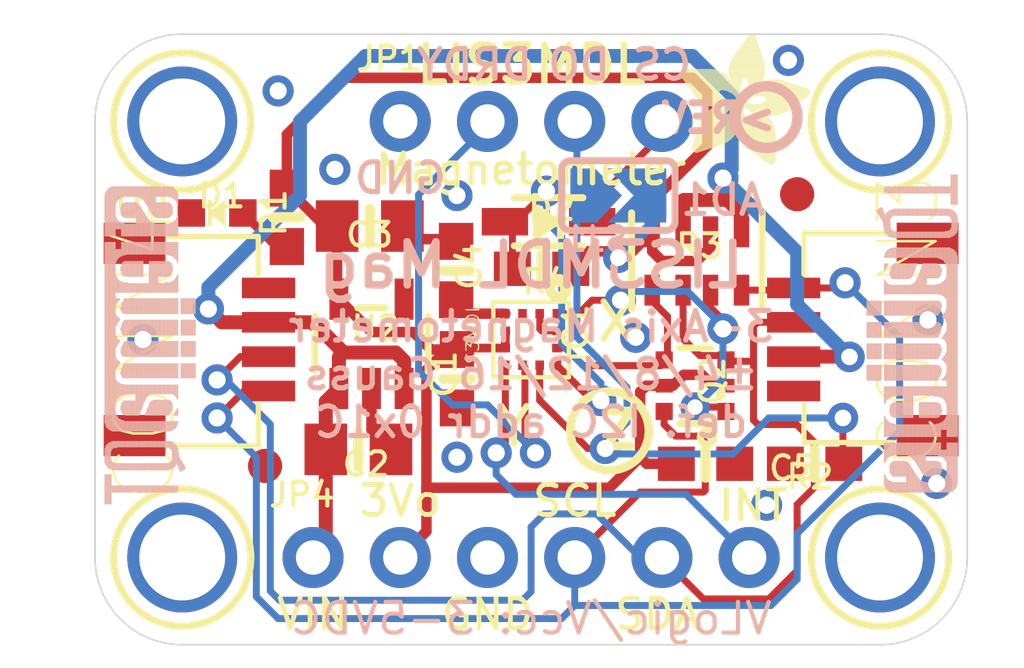
<source format=kicad_pcb>
(kicad_pcb (version 20211014) (generator pcbnew)
  (layers (0 "F.Cu" signal) (31 "B.Cu" signal) (34 "B.Paste" user) (35 "F.Paste" user) (36 "B.SilkS" user "B.Silkscreen") (37 "F.SilkS" user "F.Silkscreen") (38 "B.Mask" user) (39 "F.Mask" user) (44 "Edge.Cuts" user))
  (net 0 "")
  (net 1 "GND")
  (net 2 "3.3V")
  (net 3 "VCC")
  (net 4 "N$1")
  (net 5 "SDO")
  (net 6 "SDA_3V")
  (net 7 "SCL_3V")
  (net 8 "SCL")
  (net 9 "SDA")
  (net 10 "CS_3V")
  (net 11 "CS_5V")
  (net 12 "INT")
  (net 13 "DRDY")
  (net 14 "CAP")
  (footprint "boardEagle:MOUNTINGHOLE_2.5_PLATED" (layer "F.Cu") (at 158.6611 111.3536)
    (fp_text reference "U$21" hide)
    (fp_text value "MOUNTINGHOLE2.5" hide)
    (pad "P$1" thru_hole circle (at 0 0) (size 3.2 3.2) (drill 2.5) (layers *.Cu *.Mask))
  )
  (footprint "boardEagle:0603-NO" (layer "F.Cu") (at 141.3891 101.4476 -90)
    (fp_text reference "R1" (at -0.889 0.381 90) (layer "F.SilkS") (effects (font (size 0.692831 0.692831) (thickness 0.119969)) (justify right)))
    (fp_text value "10K")
    (pad "1" smd rect (at -0.85 0 270) (size 1.075 1) (layers "F.Cu" "F.Paste" "F.Mask") (net 2 "3.3V"))
    (pad "2" smd rect (at 0.85 0 270) (size 1.075 1) (layers "F.Cu" "F.Paste" "F.Mask") (net 4 "N$1"))
  )
  (footprint "boardEagle:LGA12_2X2MM" (layer "F.Cu") (at 148.5011 105.0036 -90)
    (fp_text reference "IC1" (at -1.1 -1.3 90) (layer "F.SilkS") (effects (font (size 0.692831 0.692831) (thickness 0.119969)) (justify right)))
    (fp_text value "LIS3MDL" (at -1.1 1.7 90) (layer "F.SilkS") (effects (font (size 0.369824 0.369824) (thickness 0.036576)) (justify right)))
    (pad "1" smd rect (at -0.75 -0.75 270) (size 0.275 0.25) (layers "F.Cu" "F.Paste" "F.Mask") (net 7 "SCL_3V"))
    (pad "2" smd rect (at -0.75 -0.25 270) (size 0.275 0.25) (layers "F.Cu" "F.Paste" "F.Mask") (net 1 "GND"))
    (pad "3" smd rect (at -0.75 0.25 270) (size 0.275 0.25) (layers "F.Cu" "F.Paste" "F.Mask") (net 1 "GND"))
    (pad "4" smd rect (at -0.75 0.75 270) (size 0.275 0.25) (layers "F.Cu" "F.Paste" "F.Mask") (net 14 "CAP"))
    (pad "5" smd rect (at -0.25 0.75) (size 0.275 0.25) (layers "F.Cu" "F.Paste" "F.Mask") (net 2 "3.3V"))
    (pad "6" smd rect (at 0.25 0.75) (size 0.275 0.25) (layers "F.Cu" "F.Paste" "F.Mask") (net 2 "3.3V"))
    (pad "7" smd rect (at 0.75 0.75 90) (size 0.275 0.25) (layers "F.Cu" "F.Paste" "F.Mask") (net 12 "INT"))
    (pad "8" smd rect (at 0.75 0.25 90) (size 0.275 0.25) (layers "F.Cu" "F.Paste" "F.Mask") (net 13 "DRDY"))
    (pad "9" smd rect (at 0.75 -0.25 90) (size 0.275 0.25) (layers "F.Cu" "F.Paste" "F.Mask") (net 5 "SDO"))
    (pad "10" smd rect (at 0.75 -0.75 90) (size 0.275 0.25) (layers "F.Cu" "F.Paste" "F.Mask") (net 10 "CS_3V"))
    (pad "11" smd rect (at 0.25 -0.75 180) (size 0.275 0.25) (layers "F.Cu" "F.Paste" "F.Mask") (net 6 "SDA_3V"))
    (pad "12" smd rect (at -0.25 -0.75 180) (size 0.275 0.25) (layers "F.Cu" "F.Paste" "F.Mask") (net 1 "GND"))
  )
  (footprint "boardEagle:0805-NO" (layer "F.Cu") (at 143.4719 108.204)
    (fp_text reference "C2" (at -0.5334 0.4318) (layer "F.SilkS") (effects (font (size 0.692831 0.692831) (thickness 0.119969)) (justify left)))
    (fp_text value "10uF")
    (pad "1" smd rect (at -0.95 0) (size 1.24 1.5) (layers "F.Cu" "F.Paste" "F.Mask") (net 3 "VCC"))
    (pad "2" smd rect (at 0.95 0) (size 1.24 1.5) (layers "F.Cu" "F.Paste" "F.Mask") (net 1 "GND"))
  )
  (footprint "boardEagle:MOUNTINGHOLE_2.5_PLATED" (layer "F.Cu") (at 138.3411 98.6536)
    (fp_text reference "U$1" hide)
    (fp_text value "MOUNTINGHOLE2.5" hide)
    (pad "P$1" thru_hole circle (at 0 0) (size 3.2 3.2) (drill 2.5) (layers *.Cu *.Mask))
  )
  (footprint "boardEagle:0603-NO" (layer "F.Cu") (at 153.5811 108.6231)
    (fp_text reference "C5" (at 1.778 0.127) (layer "F.SilkS") (effects (font (size 0.692831 0.692831) (thickness 0.119969)) (justify left)))
    (fp_text value "1uF")
    (pad "1" smd rect (at -0.85 0) (size 1.075 1) (layers "F.Cu" "F.Paste" "F.Mask") (net 2 "3.3V"))
    (pad "2" smd rect (at 0.85 0) (size 1.075 1) (layers "F.Cu" "F.Paste" "F.Mask") (net 1 "GND"))
  )
  (footprint "boardEagle:1X04_ROUND" (layer "F.Cu") (at 148.5011 98.6536)
    (fp_text reference "JP1" (at -5.1562 -1.8288) (layer "F.SilkS") (effects (font (size 0.692831 0.692831) (thickness 0.119969)) (justify left)))
    (fp_text value "")
    (pad "1" thru_hole circle (at -3.81 0 90) (size 1.778 1.778) (drill 1) (layers *.Cu *.Mask) (net 1 "GND"))
    (pad "2" thru_hole circle (at -1.27 0 90) (size 1.778 1.778) (drill 1) (layers *.Cu *.Mask) (net 13 "DRDY"))
    (pad "3" thru_hole circle (at 1.27 0 90) (size 1.778 1.778) (drill 1) (layers *.Cu *.Mask) (net 5 "SDO"))
    (pad "4" thru_hole circle (at 3.81 0 90) (size 1.778 1.778) (drill 1) (layers *.Cu *.Mask) (net 11 "CS_5V"))
  )
  (footprint "boardEagle:ADAFRUIT_3.5MM" (layer "F.Cu") (at 152.8191 99.9236)
    (fp_text reference "U$11" hide)
    (fp_text value "" hide)
  )
  (footprint "boardEagle:JST_SH4" (layer "F.Cu") (at 158.6611 105.0036 90)
    (fp_text reference "CONN3" (at -3.838 0.831 90) (layer "F.SilkS") (effects (font (size 1.703222 1.703222) (thickness 0.074778)) (justify left)))
    (fp_text value "STEMMA_I2C_QT" hide)
    (pad "1" smd rect (at -1.5 -2.514 180) (size 1.55 0.6) (layers "F.Cu" "F.Paste" "F.Mask") (net 1 "GND"))
    (pad "2" smd rect (at -0.5 -2.514 180) (size 1.55 0.6) (layers "F.Cu" "F.Paste" "F.Mask") (net 3 "VCC"))
    (pad "3" smd rect (at 0.5 -2.514 180) (size 1.55 0.6) (layers "F.Cu" "F.Paste" "F.Mask") (net 9 "SDA"))
    (pad "4" smd rect (at 1.5 -2.514 180) (size 1.55 0.6) (layers "F.Cu" "F.Paste" "F.Mask") (net 8 "SCL"))
    (pad "MT1" smd rect (at -2.8 1.386 180) (size 1.8 1.2) (layers "F.Cu" "F.Paste" "F.Mask"))
    (pad "MT2" smd rect (at 2.8 1.386 180) (size 1.8 1.2) (layers "F.Cu" "F.Paste" "F.Mask"))
  )
  (footprint "boardEagle:SOD-323" (layer "F.Cu") (at 149.0091 101.5746 180)
    (fp_text reference "D2" (at -0.846 0.397) (layer "F.SilkS") (effects (font (size 0.692831 0.692831) (thickness 0.119969)) (justify right)))
    (fp_text value "1N4148")
    (pad "A" smd rect (at 1.27 0 180) (size 1.35 0.8) (layers "F.Cu" "F.Paste" "F.Mask") (net 10 "CS_3V"))
    (pad "C" smd rect (at -1.27 0 180) (size 1.35 0.8) (layers "F.Cu" "F.Paste" "F.Mask") (net 11 "CS_5V"))
  )
  (footprint "boardEagle:RESPACK_4X0603" (layer "F.Cu") (at 153.3271 102.7176 180)
    (fp_text reference "R3" (at -0.838 0.432) (layer "F.SilkS") (effects (font (size 0.692831 0.692831) (thickness 0.119969)) (justify right)))
    (fp_text value "10K")
    (pad "1" smd rect (at -1.3 0.85 180) (size 0.45 0.9) (layers "F.Cu" "F.Paste" "F.Mask") (net 3 "VCC"))
    (pad "2" smd rect (at -0.4 0.85 180) (size 0.45 0.9) (layers "F.Cu" "F.Paste" "F.Mask") (net 2 "3.3V"))
    (pad "3" smd rect (at 0.4 0.85 180) (size 0.45 0.9) (layers "F.Cu" "F.Paste" "F.Mask") (net 3 "VCC"))
    (pad "4" smd rect (at 1.3 0.85 180) (size 0.45 0.9) (layers "F.Cu" "F.Paste" "F.Mask") (net 2 "3.3V"))
    (pad "5" smd rect (at 1.3 -0.85 180) (size 0.45 0.9) (layers "F.Cu" "F.Paste" "F.Mask") (net 6 "SDA_3V"))
    (pad "6" smd rect (at 0.4 -0.85 180) (size 0.45 0.9) (layers "F.Cu" "F.Paste" "F.Mask") (net 9 "SDA"))
    (pad "7" smd rect (at -0.4 -0.85 180) (size 0.45 0.9) (layers "F.Cu" "F.Paste" "F.Mask") (net 7 "SCL_3V"))
    (pad "8" smd rect (at -1.3 -0.85 180) (size 0.45 0.9) (layers "F.Cu" "F.Paste" "F.Mask") (net 8 "SCL"))
  )
  (footprint "boardEagle:JST_SH4" (layer "F.Cu") (at 138.3411 105.0036 -90)
    (fp_text reference "CONN4" (at -3.965 1.085 90) (layer "F.SilkS") (effects (font (size 1.703222 1.703222) (thickness 0.074778)) (justify right)))
    (fp_text value "STEMMA_I2C_QT" hide)
    (pad "1" smd rect (at -1.5 -2.514) (size 1.55 0.6) (layers "F.Cu" "F.Paste" "F.Mask") (net 1 "GND"))
    (pad "2" smd rect (at -0.5 -2.514) (size 1.55 0.6) (layers "F.Cu" "F.Paste" "F.Mask") (net 3 "VCC"))
    (pad "3" smd rect (at 0.5 -2.514) (size 1.55 0.6) (layers "F.Cu" "F.Paste" "F.Mask") (net 9 "SDA"))
    (pad "4" smd rect (at 1.5 -2.514) (size 1.55 0.6) (layers "F.Cu" "F.Paste" "F.Mask") (net 8 "SCL"))
    (pad "MT1" smd rect (at -2.8 1.386) (size 1.8 1.2) (layers "F.Cu" "F.Paste" "F.Mask"))
    (pad "MT2" smd rect (at 2.8 1.386) (size 1.8 1.2) (layers "F.Cu" "F.Paste" "F.Mask"))
  )
  (footprint "boardEagle:0603-NO" (layer "F.Cu") (at 146.3167 102.997 90)
    (fp_text reference "C4" (at -0.635 0.381 90) (layer "F.SilkS") (effects (font (size 0.692831 0.692831) (thickness 0.119969)) (justify left)))
    (fp_text value "0.1uF")
    (pad "1" smd rect (at -0.85 0 90) (size 1.075 1) (layers "F.Cu" "F.Paste" "F.Mask") (net 14 "CAP"))
    (pad "2" smd rect (at 0.85 0 90) (size 1.075 1) (layers "F.Cu" "F.Paste" "F.Mask") (net 1 "GND"))
  )
  (footprint "boardEagle:FIDUCIAL_1MM" (layer "F.Cu") (at 140.7541 108.6866)
    (fp_text reference "FID3" hide)
    (fp_text value "FIDUCIAL_1MM" hide)
    (pad "1" smd roundrect (at 0 0) (size 1 1) (layers "F.Cu" "F.Mask") (roundrect_rratio 0.5))
  )
  (footprint "boardEagle:MOUNTINGHOLE_2.5_PLATED" (layer "F.Cu") (at 158.6611 98.6536)
    (fp_text reference "U$17" hide)
    (fp_text value "MOUNTINGHOLE2.5" hide)
    (pad "P$1" thru_hole circle (at 0 0) (size 3.2 3.2) (drill 2.5) (layers *.Cu *.Mask))
  )
  (footprint "boardEagle:FIDUCIAL_1MM" (layer "F.Cu") (at 156.2481 100.7745)
    (fp_text reference "FID4" hide)
    (fp_text value "FIDUCIAL_1MM" hide)
    (pad "1" smd roundrect (at 0 0) (size 1 1) (layers "F.Cu" "F.Mask") (roundrect_rratio 0.5))
  )
  (footprint "boardEagle:CHIPLED_0603_NOOUTLINE" (layer "F.Cu") (at 139.3571 101.3206 90)
    (fp_text reference "D1" (at 0.508 0.889) (layer "F.SilkS") (effects (font (size 0.692831 0.692831) (thickness 0.119969)) (justify right)))
    (fp_text value "GREEN")
    (pad "A" smd rect (at 0 0.75 90) (size 0.8 0.8) (layers "F.Cu" "F.Paste" "F.Mask") (net 4 "N$1"))
    (pad "C" smd rect (at 0 -0.75 90) (size 0.8 0.8) (layers "F.Cu" "F.Paste" "F.Mask") (net 1 "GND"))
  )
  (footprint "boardEagle:MOUNTINGHOLE_2.5_PLATED" (layer "F.Cu") (at 138.3411 111.3536)
    (fp_text reference "U$19" hide)
    (fp_text value "MOUNTINGHOLE2.5" hide)
    (pad "P$1" thru_hole circle (at 0 0) (size 3.2 3.2) (drill 2.5) (layers *.Cu *.Mask))
  )
  (footprint "boardEagle:0603-NO" (layer "F.Cu") (at 156.7561 108.6231)
    (fp_text reference "R2" (at -0.889 0.381) (layer "F.SilkS") (effects (font (size 0.692831 0.692831) (thickness 0.119969)) (justify left)))
    (fp_text value "10K")
    (pad "1" smd rect (at -0.85 0) (size 1.075 1) (layers "F.Cu" "F.Paste" "F.Mask") (net 1 "GND"))
    (pad "2" smd rect (at 0.85 0) (size 1.075 1) (layers "F.Cu" "F.Paste" "F.Mask") (net 5 "SDO"))
  )
  (footprint "boardEagle:SOT363" (layer "F.Cu") (at 153.2763 106.3498 90)
    (fp_text reference "Q2" (at -0.635 0.508 90) (layer "F.SilkS") (effects (font (size 0.692831 0.692831) (thickness 0.119969)) (justify left)))
    (fp_text value "BSS138")
    (pad "1" smd rect (at -0.75 0.9 90) (size 0.5 0.5) (layers "F.Cu" "F.Paste" "F.Mask") (net 7 "SCL_3V"))
    (pad "2" smd rect (at 0 0.9 90) (size 0.4 0.5) (layers "F.Cu" "F.Paste" "F.Mask") (net 2 "3.3V"))
    (pad "3" smd rect (at 0.75 0.9 90) (size 0.5 0.5) (layers "F.Cu" "F.Paste" "F.Mask") (net 9 "SDA"))
    (pad "4" smd rect (at 0.75 -0.9 90) (size 0.5 0.5) (layers "F.Cu" "F.Paste" "F.Mask") (net 6 "SDA_3V"))
    (pad "5" smd rect (at 0 -0.9 90) (size 0.4 0.5) (layers "F.Cu" "F.Paste" "F.Mask") (net 2 "3.3V"))
    (pad "6" smd rect (at -0.75 -0.9 90) (size 0.5 0.5) (layers "F.Cu" "F.Paste" "F.Mask") (net 8 "SCL"))
  )
  (footprint "boardEagle:0603-NO" (layer "F.Cu") (at 146.3421 106.1466 -90)
    (fp_text reference "C1" (at -0.889 0.381 90) (layer "F.SilkS") (effects (font (size 0.692831 0.692831) (thickness 0.119969)) (justify right)))
    (fp_text value "0.1uF")
    (pad "1" smd rect (at -0.85 0 270) (size 1.075 1) (layers "F.Cu" "F.Paste" "F.Mask") (net 2 "3.3V"))
    (pad "2" smd rect (at 0.85 0 270) (size 1.075 1) (layers "F.Cu" "F.Paste" "F.Mask") (net 1 "GND"))
  )
  (footprint "boardEagle:0805-NO" (layer "F.Cu") (at 143.8021 101.7016)
    (fp_text reference "C3" (at -0.762 0.254) (layer "F.SilkS") (effects (font (size 0.692831 0.692831) (thickness 0.119969)) (justify left)))
    (fp_text value "10uF")
    (pad "1" smd rect (at -0.95 0) (size 1.24 1.5) (layers "F.Cu" "F.Paste" "F.Mask") (net 2 "3.3V"))
    (pad "2" smd rect (at 0.95 0) (size 1.24 1.5) (layers "F.Cu" "F.Paste" "F.Mask") (net 1 "GND"))
  )
  (footprint "boardEagle:0603-NO" (layer "F.Cu") (at 148.8059 102.9462)
    (fp_text reference "R4" (at -0.635 0.381) (layer "F.SilkS") (effects (font (size 0.692831 0.692831) (thickness 0.119969)) (justify left)))
    (fp_text value "10K")
    (pad "1" smd rect (at -0.85 0) (size 1.075 1) (layers "F.Cu" "F.Paste" "F.Mask") (net 10 "CS_3V"))
    (pad "2" smd rect (at 0.85 0) (size 1.075 1) (layers "F.Cu" "F.Paste" "F.Mask") (net 2 "3.3V"))
  )
  (footprint "boardEagle:1X06_ROUND_70" (layer "F.Cu") (at 148.5011 111.3536)
    (fp_text reference "JP4" (at -7.6962 -1.8288) (layer "F.SilkS") (effects (font (size 0.692831 0.692831) (thickness 0.119969)) (justify left)))
    (fp_text value "")
    (pad "1" thru_hole circle (at -6.35 0 90) (size 1.778 1.778) (drill 1) (layers *.Cu *.Mask) (net 3 "VCC"))
    (pad "2" thru_hole circle (at -3.81 0 90) (size 1.778 1.778) (drill 1) (layers *.Cu *.Mask) (net 2 "3.3V"))
    (pad "3" thru_hole circle (at -1.27 0 90) (size 1.778 1.778) (drill 1) (layers *.Cu *.Mask) (net 1 "GND"))
    (pad "4" thru_hole circle (at 1.27 0 90) (size 1.778 1.778) (drill 1) (layers *.Cu *.Mask) (net 8 "SCL"))
    (pad "5" thru_hole circle (at 3.81 0 90) (size 1.778 1.778) (drill 1) (layers *.Cu *.Mask) (net 9 "SDA"))
    (pad "6" thru_hole circle (at 6.35 0 90) (size 1.778 1.778) (drill 1) (layers *.Cu *.Mask) (net 12 "INT"))
  )
  (footprint "boardEagle:SOT23-5" (layer "F.Cu") (at 143.8529 105.1306)
    (fp_text reference "U2" (at 0.8922 -0.4572) (layer "F.SilkS") (effects (font (size 0.692831 0.692831) (thickness 0.119969)) (justify right)))
    (fp_text value "AP2112K-3.3")
    (pad "1" smd rect (at -0.95 1.3001) (size 0.55 1.2) (layers "F.Cu" "F.Paste" "F.Mask") (net 3 "VCC"))
    (pad "2" smd rect (at 0 1.3001) (size 0.55 1.2) (layers "F.Cu" "F.Paste" "F.Mask") (net 1 "GND"))
    (pad "3" smd rect (at 0.95 1.3001) (size 0.55 1.2) (layers "F.Cu" "F.Paste" "F.Mask") (net 3 "VCC"))
    (pad "4" smd rect (at 0.95 -1.3001) (size 0.55 1.2) (layers "F.Cu" "F.Paste" "F.Mask"))
    (pad "5" smd rect (at -0.95 -1.3001) (size 0.55 1.2) (layers "F.Cu" "F.Paste" "F.Mask") (net 2 "3.3V"))
  )
  (footprint "boardEagle:SOLDERJUMPER_ARROW_NOPASTE" (layer "B.Cu") (at 151.0411 100.8126)
    (fp_text reference "SJ1" (at -1.651 1.27) (layer "B.SilkS") (effects (font (size 0.692831 0.692831) (thickness 0.119969)) (justify right mirror)))
    (fp_text value "")
    (fp_poly (pts (xy 0.106121 -0.002663) (xy -0.679416 -0.7882) (xy -1.3946 -0.7882) (xy -1.3946 0.7882) (xy -0.62715 0.7882)) (layer "B.Cu") (width 0) (fill solid))
    (fp_poly (pts (xy 1.3946 -0.7882) (xy -0.315893 -0.7882) (xy 0.443148 0) (xy -0.315893 0.7882) (xy 1.3946 0.7882)) (layer "B.Cu") (width 0) (fill solid))
    (pad "1" smd roundrect (at -1.016 0) (size 0.762 1.524) (layers "B.Cu") (net 5 "SDO"))
    (pad "2" smd roundrect (at 1.016 0) (size 0.762 1.524) (layers "B.Cu") (net 2 "3.3V"))
  )
  (footprint "boardEagle:STEMMAQT" (layer "B.Cu") (at 158.2801 109.4486 90)
    (fp_text reference "U$30" hide)
    (fp_text value "" hide)
  )
  (footprint "boardEagle:STEMMAQT" (layer "B.Cu") (at 138.7221 100.5586 -90)
    (fp_text reference "U$31" hide)
    (fp_text value "" hide)
  )
  (footprint "boardEagle:PCBFEAT-REV-040" (layer "B.Cu") (at 155.3591 98.5266 180)
    (fp_text reference "U$25" hide)
    (fp_text value "" hide)
    (fp_text user ">REV" (at -0.3556 -0.508) (layer "B.SilkS") (effects (font (size 0.8128 0.8128) (thickness 0.2032)) (justify left bottom mirror)))
  )
  (gr_arc (start 149.6451 107.6666) (mid 149.974013 106.852513) (end 150.788101 106.523601) (layer "F.SilkS") (width 0.254))
  (gr_arc (start 150.7881 108.8096) (mid 149.979877 108.474823) (end 149.6451 107.6666) (layer "F.SilkS") (width 0.254))
  (gr_arc (start 151.9311 107.6666) (mid 151.596323 108.474823) (end 150.7881 108.8096) (layer "F.SilkS") (width 0.254))
  (gr_arc (start 150.7881 106.5236) (mid 151.596323 106.858377) (end 151.9311 107.6666) (layer "F.SilkS") (width 0.254))
  (gr_line (start 161.2011 111.3536) (end 161.2011 98.6536) (layer "Edge.Cuts") (width 0.05))
  (gr_arc (start 138.3411 113.8936) (mid 136.545049 113.149651) (end 135.8011 111.3536) (layer "Edge.Cuts") (width 0.05))
  (gr_arc (start 161.2011 111.3536) (mid 160.457151 113.149651) (end 158.6611 113.8936) (layer "Edge.Cuts") (width 0.05))
  (gr_arc (start 135.8011 98.6536) (mid 136.545049 96.857549) (end 138.3411 96.1136) (layer "Edge.Cuts") (width 0.05))
  (gr_line (start 135.8011 98.6536) (end 135.8011 111.3536) (layer "Edge.Cuts") (width 0.05))
  (gr_line (start 158.6611 96.1136) (end 138.3411 96.1136) (layer "Edge.Cuts") (width 0.05))
  (gr_arc (start 158.6611 96.1136) (mid 160.457151 96.857549) (end 161.2011 98.6536) (layer "Edge.Cuts") (width 0.05))
  (gr_line (start 138.3411 113.8936) (end 158.6611 113.8936) (layer "Edge.Cuts") (width 0.05))
  (gr_text "CS" (at 152.3111 97.0026) (layer "B.SilkS") (effects (font (size 0.8636 0.8636) (thickness 0.1524)) (justify mirror)))
  (gr_text "AD1" (at 154.0891 100.9396) (layer "B.SilkS") (effects (font (size 0.8636 0.8636) (thickness 0.1524)) (justify mirror)))
  (gr_text "LIS3MDL Mag" (at 148.5011 102.8446) (layer "B.SilkS") (effects (font (size 1.25222 1.25222) (thickness 0.22098)) (justify mirror)))
  (gr_text "3-Axis Magnetometer\n±4/8/12/16 Gauss\ndef. I2C addr 0x1C" (at 148.5011 106.0196) (layer "B.SilkS") (effects (font (size 0.8636 0.8636) (thickness 0.1524)) (justify mirror)))
  (gr_text "DRDY" (at 146.8501 97.0026) (layer "B.SilkS") (effects (font (size 0.8636 0.8636) (thickness 0.1524)) (justify mirror)))
  (gr_text "GND" (at 144.6911 100.3046) (layer "B.SilkS") (effects (font (size 0.8636 0.8636) (thickness 0.1524)) (justify mirror)))
  (gr_text "VLogic/Vcc: 3-5VDC" (at 148.5011 113.1316) (layer "B.SilkS") (effects (font (size 0.89408 0.89408) (thickness 0.12192)) (justify mirror)))
  (gr_text "DO" (at 149.8981 97.0026) (layer "B.SilkS") (effects (font (size 0.8636 0.8636) (thickness 0.1524)) (justify mirror)))
  (gr_text "GND" (at 147.2311 113.0046) (layer "F.SilkS") (effects (font (size 0.87376 0.87376) (thickness 0.14224))))
  (gr_text "VIN" (at 142.1511 113.0046) (layer "F.SilkS") (effects (font (size 0.87376 0.87376) (thickness 0.14224))))
  (gr_text "INT" (at 154.9781 109.8296) (layer "F.SilkS") (effects (font (size 0.87376 0.87376) (thickness 0.14224))))
  (gr_text "LIS3MDL" (at 148.5011 97.0026) (layer "F.SilkS") (effects (font (size 1.0795 1.0795) (thickness 0.1905))))
  (gr_text "Z" (at 150.4021 108.2411) (layer "F.SilkS") (effects (font (size 1.016 1.016) (thickness 0.254)) (justify left bottom)))
  (gr_text "3Vo" (at 144.6911 109.7026) (layer "F.SilkS") (effects (font (size 0.87376 0.87376) (thickness 0.14224))))
  (gr_text "SCL" (at 149.7711 109.7026) (layer "F.SilkS") (effects (font (size 0.87376 0.87376) (thickness 0.14224))))
  (gr_text "on" (at 136.3091 101.4476) (layer "F.SilkS") (effects (font (size 0.89408 0.89408) (thickness 0.12192)) (justify left bottom)))
  (gr_text "Y" (at 147.4176 108.1776) (layer "F.SilkS") (effects (font (size 1.0922 1.0922) (thickness 0.1778)) (justify left bottom)))
  (gr_text "X" (at 150.3386 105.1296) (layer "F.SilkS") (effects (font (size 1.0922 1.0922) (thickness 0.1778)) (justify left bottom)))
  (gr_text "Magnetometer" (at 148.5011 100.0506) (layer "F.SilkS") (effects (font (size 0.8636 0.8636) (thickness 0.1524))))
  (gr_text "SDA" (at 152.1841 113.0046) (layer "F.SilkS") (effects (font (size 0.87376 0.87376) (thickness 0.14224))))
  (segment (start 145.1331 102.0826) (end 146.2523 102.0826) (width 0.3048) (layer "F.Cu") (net 1))
  (segment (start 143.8529 106.4307) (end 143.8529 107.635) (width 0.3048) (layer "F.Cu") (net 1))
  (segment (start 146.2523 102.0826) (end 146.3167 102.147) (width 0.3048) (layer "F.Cu") (net 1))
  (segment (start 144.7521 101.7016) (end 145.1331 102.0826) (width 0.3048) (layer "F.Cu") (net 1))
  (segment (start 148.7511 104.2536) (end 148.7551 104.2576) (width 0.2032) (layer "F.Cu") (net 1))
  (segment (start 143.8529 107.635) (end 144.4219 108.204) (width 0.3048) (layer "F.Cu") (net 1))
  (segment (start 149.2511 104.7536) (end 148.8119 104.7536) (width 0.2032) (layer "F.Cu") (net 1))
  (segment (start 148.7551 104.2576) (end 148.7551 104.6968) (width 0.2032) (layer "F.Cu") (net 1))
  (segment (start 148.8119 104.7536) (end 148.7551 104.6968) (width 0.2032) (layer "F.Cu") (net 1))
  (via (at 137.1981 105.0036) (size 0.9064) (drill 0.5) (layers "F.Cu" "B.Cu") (net 1))
  (via (at 160.0581 104.4321) (size 0.9064) (drill 0.5) (layers "F.Cu" "B.Cu") (net 1))
  (via (at 146.3421 108.4326) (size 0.9064) (drill 0.5) (layers "F.Cu" "B.Cu") (net 1))
  (via (at 141.1351 97.7646) (size 0.9064) (drill 0.5) (layers "F.Cu" "B.Cu") (net 1))
  (via (at 155.3591 109.8296) (size 0.9064) (drill 0.5) (layers "F.Cu" "B.Cu") (net 1))
  (via (at 146.3421 100.8126) (size 0.9064) (drill 0.5) (layers "F.Cu" "B.Cu") (net 1))
  (via (at 151.5491 104.9401) (size 0.9064) (drill 0.5) (layers "F.Cu" "B.Cu") (net 1))
  (via (at 155.9941 96.8756) (size 0.9064) (drill 0.5) (layers "F.Cu" "B.Cu") (net 1))
  (via (at 142.7861 100.0506) (size 0.9064) (drill 0.5) (layers "F.Cu" "B.Cu") (net 1))
  (via (at 160.3121 109.1946) (size 0.9064) (drill 0.5) (layers "F.Cu" "B.Cu") (net 1))
  (segment (start 141.3891 99.0346) (end 141.3891 100.5976) (width 0.3048) (layer "F.Cu") (net 2))
  (segment (start 154.1763 106.3498) (end 153.7953 106.3498) (width 0.3048) (layer "F.Cu") (net 2))
  (segment (start 146.0491 105.2966) (end 145.4531 105.8926) (width 0.3048) (layer "F.Cu") (net 2))
  (segment (start 145.4531 110.5916) (end 144.6911 111.3536) (width 0.3048) (layer "F.Cu") (net 2))
  (segment (start 151.6761 106.5276) (end 151.6761 108.4326) (width 0.3048) (layer "F.Cu") (net 2))
  (segment (start 145.5801 105.2966) (end 146.3421 105.2966) (width 0.3048) (layer "F.Cu") (net 2))
  (segment (start 151.4565 102.4382) (end 151.2951 102.4382) (width 0.3048) (layer "F.Cu") (net 2))
  (segment (start 153.7953 106.3498) (end 153.4778 106.0323) (width 0.3048) (layer "F.Cu") (net 2))
  (segment (start 145.4531 109.3216) (end 145.4531 110.5916) (width 0.3048) (layer "F.Cu") (net 2))
  (segment (start 149.6559 102.9462) (end 150.1639 102.4382) (width 0.3048) (layer "F.Cu") (net 2))
  (segment (start 152.3111 102.7176) (end 152.0271 102.4336) (width 0.3048) (layer "F.Cu") (net 2))
  (segment (start 152.6303 106.3498) (end 152.3763 106.3498) (width 0.3048) (layer "F.Cu") (net 2))
  (segment (start 147.7511 105.2536) (end 146.3851 105.2536) (width 0.254) (layer "F.Cu") (net 2))
  (segment (start 153.3271 102.7176) (end 152.3111 102.7176) (width 0.3048) (layer "F.Cu") (net 2))
  (segment (start 151.8666 108.6231) (end 152.7311 108.6231) (width 0.3048) (layer "F.Cu") (net 2))
  (segment (start 146.3421 105.2966) (end 146.0491 105.2966) (width 0.3048) (layer "F.Cu") (net 2))
  (segment (start 152.0271 100.9696) (end 153.6319 99.3648) (width 0.3048) (layer "F.Cu") (net 2))
  (segment (start 142.9029 103.8305) (end 143.8585 104.7861) (width 0.3048) (layer "F.Cu") (net 2))
  (segment (start 142.9029 103.8305) (end 142.8521 103.7797) (width 0.3048) (layer "F.Cu") (net 2))
  (segment (start 153.6319 97.8154) (end 153.2001 97.3836) (width 0.3048) (layer "F.Cu") (net 2))
  (segment (start 150.7871 109.3216) (end 151.6761 108.4326) (width 0.3048) (layer "F.Cu") (net 2))
  (segment (start 147.7511 104.7536) (end 147.7511 105.2536) (width 0.254) (layer "F.Cu") (net 2))
  (segment (start 151.6761 108.4326) (end 151.8666 108.6231) (width 0.3048) (layer "F.Cu") (net 2))
  (segment (start 146.3851 105.2536) (end 146.3421 105.2966) (width 0.3048) (layer "F.Cu") (net 2))
  (segment (start 153.2001 97.3836) (end 143.0401 97.3836) (width 0.3048) (layer "F.Cu") (net 2))
  (segment (start 152.0271 102.4336) (end 152.0271 101.8676) (width 0.3048) (layer "F.Cu") (net 2))
  (segment (start 145.5801 105.2966) (end 145.0696 104.7861) (width 0.3048) (layer "F.Cu") (net 2))
  (segment (start 151.4565 102.4382) (end 152.0271 101.8676) (width 0.3048) (layer "F.Cu") (net 2))
  (segment (start 141.3891 100.5976) (end 142.4931 101.7016) (width 0.3048) (layer "F.Cu") (net 2))
  (segment (start 153.7271 101.8676) (end 153.7271 102.3176) (width 0.3048) (layer "F.Cu") (net 2))
  (segment (start 153.4778 106.0323) (end 152.9478 106.0323) (width 0.3048) (layer "F.Cu") (net 2))
  (segment (start 145.4531 109.3216) (end 150.7871 109.3216) (width 0.3048) (layer "F.Cu") (net 2))
  (segment (start 151.2951 102.4382) (end 150.1639 102.4382) (width 0.3048) (layer "F.Cu") (net 2))
  (segment (start 153.6319 99.3648) (end 153.6319 97.8154) (width 0.3048) (layer "F.Cu") (net 2))
  (segment (start 143.8585 104.7861) (end 145.0696 104.7861) (width 0.3048) (layer "F.Cu") (net 2))
  (segment (start 152.0271 101.8676) (end 152.0271 100.9696) (width 0.3048) (layer "F.Cu") (net 2))
  (segment (start 152.9478 106.0323) (end 152.6303 106.3498) (width 0.3048) (layer "F.Cu") (net 2))
  (segment (start 142.4931 101.7016) (end 142.8521 101.7016) (width 0.3048) (layer "F.Cu") (net 2))
  (segment (start 153.7271 102.3176) (end 153.3271 102.7176) (width 0.3048) (layer "F.Cu") (net 2))
  (segment (start 151.2951 102.4382) (end 151.111 102.6223) (width 0.3048) (layer "F.Cu") (net 2))
  (segment (start 151.111 102.6223) (end 151.0411 102.6223) (width 0.3048) (layer "F.Cu") (net 2))
  (segment (start 143.0401 97.3836) (end 141.3891 99.0346) (width 0.3048) (layer "F.Cu") (net 2))
  (segment (start 142.8521 103.7797) (end 142.8521 101.7016) (width 0.3048) (layer "F.Cu") (net 2))
  (segment (start 151.8539 106.3498) (end 152.3763 106.3498) (width 0.3048) (layer "F.Cu") (net 2))
  (segment (start 145.4531 105.8926) (end 145.4531 109.3216) (width 0.3048) (layer "F.Cu") (net 2))
  (segment (start 151.6761 106.5276) (end 151.8539 106.3498) (width 0.3048) (layer "F.Cu") (net 2))
  (via (at 151.0411 102.6223) (size 0.889) (drill 0.4826) (layers "F.Cu" "B.Cu") (net 2))
  (segment (start 151.0411 102.6223) (end 152.0571 101.6063) (width 0.3048) (layer "B.Cu") (net 2))
  (segment (start 152.0571 101.6063) (end 152.0571 100.8126) (width 0.3048) (layer "B.Cu") (net 2))
  (segment (start 139.4921 104.5036) (end 139.1031 104.1146) (width 0.4064) (layer "F.Cu") (net 3))
  (segment (start 142.5219 106.8117) (end 142.9029 106.4307) (width 0.4064) (layer "F.Cu") (net 3))
  (segment (start 154.6271 101.3506) (end 154.2161 100.9396) (width 0.4064) (layer "F.Cu") (net 3))
  (segment (start 154.2161 100.4316) (end 154.2161 100.9396) (width 0.4064) (layer "F.Cu") (net 3))
  (segment (start 144.5641 105.3846) (end 143.0401 105.3846) (width 0.4064) (layer "F.Cu") (net 3))
  (segment (start 154.6271 101.8676) (end 154.6271 101.3506) (width 0.4064) (layer "F.Cu") (net 3))
  (segment (start 152.9461 100.9396) (end 152.9271 100.9586) (width 0.4064) (layer "F.Cu") (net 3))
  (segment (start 140.8551 104.5036) (end 139.4921 104.5036) (width 0.4064) (layer "F.Cu") (net 3))
  (segment (start 154.0891 100.3046) (end 154.2161 100.4316) (width 0.4064) (layer "F.Cu") (net 3))
  (segment (start 142.9029 105.5218) (end 142.9029 106.4307) (width 0.4064) (layer "F.Cu") (net 3))
  (segment (start 142.1511 111.3536) (end 142.5219 110.9828) (width 0.4064) (layer "F.Cu") (net 3))
  (segment (start 140.8551 104.5036) (end 142.126262 104.5036) (width 0.4064) (layer "F.Cu") (net 3))
  (segment (start 142.5219 110.9828) (end 142.5219 108.204) (width 0.4064) (layer "F.Cu") (net 3))
  (segment (start 154.2161 100.9396) (end 152.9461 100.9396) (width 0.4064) (layer "F.Cu") (net 3))
  (segment (start 144.8029 106.4307) (end 144.8029 105.6234) (width 0.4064) (layer "F.Cu") (net 3))
  (segment (start 156.1471 105.5036) (end 157.7641 105.5036) (width 0.4064) (layer "F.Cu") (net 3))
  (segment (start 143.0401 105.3846) (end 142.9029 105.5218) (width 0.4064) (layer "F.Cu") (net 3))
  (segment (start 144.8029 105.6234) (end 144.5641 105.3846) (width 0.4064) (layer "F.Cu") (net 3))
  (segment (start 142.5219 106.8117) (end 142.5219 108.204) (width 0.4064) (layer "F.Cu") (net 3))
  (segment (start 142.4924 104.8369) (end 143.0401 105.3846) (width 0.4064) (layer "F.Cu") (net 3))
  (segment (start 157.7641 105.5036) (end 157.7721 105.5116) (width 0.4064) (layer "F.Cu") (net 3))
  (segment (start 142.126262 104.5036) (end 142.459562 104.8369) (width 0.4064) (layer "F.Cu") (net 3))
  (segment (start 152.9271 100.9586) (end 152.9271 101.8676) (width 0.4064) (layer "F.Cu") (net 3))
  (segment (start 142.459562 104.8369) (end 142.4924 104.8369) (width 0.4064) (layer "F.Cu") (net 3))
  (via (at 139.1031 104.1146) (size 0.9064) (drill 0.5) (layers "F.Cu" "B.Cu") (net 3))
  (via (at 154.0891 100.3046) (size 0.9064) (drill 0.5) (layers "F.Cu" "B.Cu") (net 3))
  (via (at 157.7721 105.5116) (size 0.889) (drill 0.4826) (layers "F.Cu" "B.Cu") (net 3))
  (segment (start 154.3431 100.0506) (end 154.0891 100.3046) (width 0.4064) (layer "B.Cu") (net 3))
  (segment (start 153.2001 96.7486) (end 154.3431 97.8916) (width 0.4064) (layer "B.Cu") (net 3))
  (segment (start 143.6751 96.7486) (end 153.2001 96.7486) (width 0.4064) (layer "B.Cu") (net 3))
  (segment (start 154.3431 97.8916) (end 154.3431 100.0506) (width 0.4064) (layer "B.Cu") (net 3))
  (segment (start 141.7701 98.6536) (end 143.6751 96.7486) (width 0.4064) (layer "B.Cu") (net 3))
  (segment (start 156.2481 102.4636) (end 154.0891 100.3046) (width 0.4064) (layer "B.Cu") (net 3))
  (segment (start 157.7721 105.5116) (end 156.2481 103.9876) (width 0.4064) (layer "B.Cu") (net 3))
  (segment (start 156.2481 103.9876) (end 156.2481 102.4636) (width 0.4064) (layer "B.Cu") (net 3))
  (segment (start 141.7701 100.8126) (end 141.7701 98.6536) (width 0.4064) (layer "B.Cu") (net 3))
  (segment (start 139.1031 104.1146) (end 139.1031 103.4796) (width 0.4064) (layer "B.Cu") (net 3))
  (segment (start 141.7701 100.8126) (end 139.1031 103.4796) (width 0.4064) (layer "B.Cu") (net 3))
  (segment (start 141.0841 102.2976) (end 141.3891 102.2976) (width 0.254) (layer "F.Cu") (net 4))
  (segment (start 140.1071 101.3206) (end 141.0841 102.2976) (width 0.254) (layer "F.Cu") (net 4))
  (segment (start 157.5816 107.2896) (end 157.5816 108.5986) (width 0.2032) (layer "F.Cu") (net 5))
  (segment (start 150.1521 108.1786) (end 150.6601 108.1786) (width 0.2032) (layer "F.Cu") (net 5))
  (segment (start 157.6061 108.6231) (end 157.5816 108.5986) (width 0.2032) (layer "F.Cu") (net 5))
  (segment (start 148.7511 105.7536) (end 148.7511 106.7776) (width 0.2032) (layer "F.Cu") (net 5))
  (segment (start 150.1521 108.1786) (end 148.7511 106.7776) (width 0.2032) (layer "F.Cu") (net 5))
  (via (at 150.6601 108.1786) (size 0.9064) (drill 0.5) (layers "F.Cu" "B.Cu") (net 5))
  (via (at 157.5816 107.2896) (size 0.889) (drill 0.4826) (layers "F.Cu" "B.Cu") (net 5))
  (segment (start 151.2951 106.4006) (end 149.8346 104.9401) (width 0.2032) (layer "B.Cu") (net 5))
  (segment (start 149.8346 98.7171) (end 149.8346 100.0506) (width 0.2032) (layer "B.Cu") (net 5))
  (segment (start 151.2951 107.4166) (end 151.2951 106.4006) (width 0.2032) (layer "B.Cu") (net 5))
  (segment (start 150.0251 100.8126) (end 149.8346 100.8126) (width 0.2032) (layer "B.Cu") (net 5))
  (segment (start 157.5816 107.2896) (end 155.4226 107.2896) (width 0.2032) (layer "B.Cu") (net 5))
  (segment (start 150.6601 108.1786) (end 150.6601 108.0516) (width 0.2032) (layer "B.Cu") (net 5))
  (segment (start 150.69185 108.01985) (end 151.2951 107.4166) (width 0.2032) (layer "B.Cu") (net 5))
  (segment (start 150.62835 108.33735) (end 150.94585 108.01985) (width 0.2032) (layer "B.Cu") (net 5))
  (segment (start 149.8346 100.0506) (end 149.8346 100.8126) (width 0.2032) (layer "B.Cu") (net 5))
  (segment (start 150.69185 108.01985) (end 150.6601 108.0516) (width 0.2032) (layer "B.Cu") (net 5))
  (segment (start 154.37485 108.33735) (end 155.4226 107.2896) (width 0.2032) (layer "B.Cu") (net 5))
  (segment (start 150.69185 108.01985) (end 150.94585 108.01985) (width 0.2032) (layer "B.Cu") (net 5))
  (segment (start 149.8346 98.7171) (end 149.7711 98.6536) (width 0.2032) (layer "B.Cu") (net 5))
  (segment (start 149.8346 100.8126) (end 149.8346 104.9401) (width 0.2032) (layer "B.Cu") (net 5))
  (segment (start 150.62835 108.33735) (end 154.37485 108.33735) (width 0.2032) (layer "B.Cu") (net 5))
  (segment (start 149.8346 100.6221) (end 149.8346 100.0506) (width 0.3048) (layer "B.Cu") (net 5))
  (segment (start 150.0251 100.8126) (end 149.8346 100.6221) (width 0.3048) (layer "B.Cu") (net 5))
  (segment (start 152.0271 103.5676) (end 152.0271 103.8851) (width 0.2032) (layer "F.Cu") (net 6))
  (segment (start 150.0171 105.7656) (end 152.2811 105.7656) (width 0.2032) (layer "F.Cu") (net 6))
  (segment (start 152.2811 105.5046) (end 152.2811 105.7656) (width 0.2032) (layer "F.Cu") (net 6))
  (segment (start 150.0171 105.7656) (end 149.5051 105.2536) (width 0.2032) (layer "F.Cu") (net 6))
  (segment (start 152.2811 105.5046) (end 152.3763 105.5998) (width 0.2032) (layer "F.Cu") (net 6))
  (segment (start 152.3763 105.5998) (end 152.4716 105.5045) (width 0.2032) (layer "F.Cu") (net 6))
  (segment (start 152.4716 104.3296) (end 152.0271 103.8851) (width 0.2032) (layer "F.Cu") (net 6))
  (segment (start 152.4716 104.3296) (end 152.4716 105.5045) (width 0.2032) (layer "F.Cu") (net 6))
  (segment (start 149.2511 105.2536) (end 149.5051 105.2536) (width 0.2032) (layer "F.Cu") (net 6))
  (segment (start 153.7271 103.5676) (end 153.7271 104.0756) (width 0.2032) (layer "F.Cu") (net 7))
  (segment (start 154.0886 104.4371) (end 153.7271 104.0756) (width 0.2032) (layer "F.Cu") (net 7))
  (segment (start 154.0486 106.9721) (end 154.1763 107.0998) (width 0.2032) (layer "F.Cu") (net 7))
  (segment (start 154.0886 104.4371) (end 154.0886 104.694125) (width 0.2032) (layer "F.Cu") (net 7))
  (segment (start 149.2511 104.2536) (end 149.8861 104.2536) (width 0.2032) (layer "F.Cu") (net 7))
  (segment (start 153.2763 106.9721) (end 154.0486 106.9721) (width 0.2032) (layer "F.Cu") (net 7))
  (segment (start 150.2791 103.8606) (end 149.8861 104.2536) (width 0.2032) (layer "F.Cu") (net 7))
  (segment (start 150.2791 103.8606) (end 151.1046 103.8606) (width 0.2032) (layer "F.Cu") (net 7))
  (via (at 151.1046 103.8606) (size 0.9064) (drill 0.5) (layers "F.Cu" "B.Cu") (net 7))
  (via (at 153.2763 106.9721) (size 0.8564) (drill 0.45) (layers "F.Cu" "B.Cu") (net 7))
  (via (at 154.0886 104.694125) (size 0.9064) (drill 0.5) (layers "F.Cu" "B.Cu") (net 7))
  (segment (start 153.064575 103.6066) (end 151.3586 103.6066) (width 0.2032) (layer "B.Cu") (net 7))
  (segment (start 151.1046 103.8606) (end 151.3586 103.6066) (width 0.2032) (layer "B.Cu") (net 7))
  (segment (start 154.0886 106.1598) (end 153.2763 106.9721) (width 0.2032) (layer "B.Cu") (net 7))
  (segment (start 154.0886 104.694125) (end 154.0886 106.1598) (width 0.2032) (layer "B.Cu") (net 7))
  (segment (start 154.0886 104.630625) (end 154.0886 104.694125) (width 0.2032) (layer "B.Cu") (net 7))
  (segment (start 154.0886 104.630625) (end 153.064575 103.6066) (width 0.2032) (layer "B.Cu") (net 7))
  (segment (start 140.1431 106.5036) (end 139.3571 107.2896) (width 0.2032) (layer "F.Cu") (net 8))
  (segment (start 152.3763 107.0998) (end 152.3763 107.4818) (width 0.2032) (layer "F.Cu") (net 8))
  (segment (start 140.8551 106.5036) (end 140.1431 106.5036) (width 0.2032) (layer "F.Cu") (net 8))
  (segment (start 156.1471 103.5036) (end 157.4941 103.5036) (width 0.2032) (layer "F.Cu") (net 8))
  (segment (start 156.1471 103.5036) (end 156.0831 103.5676) (width 0.2032) (layer "F.Cu") (net 8))
  (segment (start 153.39485 107.8183) (end 153.5734 107.99685) (width 0.2032) (layer "F.Cu") (net 8))
  (segment (start 153.5734 107.99685) (end 153.5734 109.3928) (width 0.2032) (layer "F.Cu") (net 8))
  (segment (start 156.0831 103.5676) (end 154.6271 103.5676) (width 0.2032) (layer "F.Cu") (net 8))
  (segment (start 152.7128 107.8183) (end 153.39485 107.8183) (width 0.2032) (layer "F.Cu") (net 8))
  (segment (start 152.3763 107.4818) (end 152.7128 107.8183) (width 0.2032) (layer "F.Cu") (net 8))
  (segment (start 153.5176 109.4486) (end 151.6761 109.4486) (width 0.2032) (layer "F.Cu") (net 8))
  (segment (start 153.5734 109.3928) (end 153.5176 109.4486) (width 0.2032) (layer "F.Cu") (net 8))
  (segment (start 151.6761 109.4486) (end 149.7711 111.3536) (width 0.2032) (layer "F.Cu") (net 8))
  (segment (start 157.4941 103.5036) (end 157.6451 103.3526) (width 0.2032) (layer "F.Cu") (net 8))
  (via (at 139.3571 107.2896) (size 0.9064) (drill 0.5) (layers "F.Cu" "B.Cu") (net 8))
  (via (at 157.6451 103.3526) (size 0.9064) (drill 0.5) (layers "F.Cu" "B.Cu") (net 8))
  (segment (start 159.2326 104.9401) (end 157.6451 103.3526) (width 0.2032) (layer "B.Cu") (net 8))
  (segment (start 140.5001 112.4966) (end 141.1351 113.1316) (width 0.2032) (layer "B.Cu") (net 8))
  (segment (start 141.1351 113.1316) (end 149.3901 113.1316) (width 0.2032) (layer "B.Cu") (net 8))
  (segment (start 139.3571 107.2896) (end 140.5001 108.4326) (width 0.2032) (layer "B.Cu") (net 8))
  (segment (start 140.5001 108.4326) (end 140.5001 112.4966) (width 0.2032) (layer "B.Cu") (net 8))
  (segment (start 149.7711 112.7506) (end 149.7711 111.3536) (width 0.2032) (layer "B.Cu") (net 8))
  (segment (start 149.3901 113.1316) (end 149.7711 112.7506) (width 0.2032) (layer "B.Cu") (net 8))
  (segment (start 155.4861 112.7506) (end 149.7711 112.7506) (width 0.2032) (layer "B.Cu") (net 8))
  (segment (start 156.2481 110.6551) (end 156.2481 111.9886) (width 0.2032) (layer "B.Cu") (net 8))
  (segment (start 159.2326 107.6706) (end 159.2326 104.9401) (width 0.2032) (layer "B.Cu") (net 8))
  (segment (start 156.2481 111.9886) (end 155.4861 112.7506) (width 0.2032) (layer "B.Cu") (net 8))
  (segment (start 156.2481 110.6551) (end 159.2326 107.6706) (width 0.2032) (layer "B.Cu") (net 8))
  (segment (start 154.9781 105.6386) (end 154.9781 107.3531) (width 0.2032) (layer "F.Cu") (net 9))
  (segment (start 156.2481 111.7346) (end 156.2481 109.81315) (width 0.2032) (layer "F.Cu") (net 9))
  (segment (start 152.9271 103.5676) (end 152.9271 104.9856) (width 0.2032) (layer "F.Cu") (net 9))
  (segment (start 154.9781 107.3531) (end 155.1051 107.4801) (width 0.2032) (layer "F.Cu") (net 9))
  (segment (start 156.2481 109.81315) (end 156.7484 109.31285) (width 0.2032) (layer "F.Cu") (net 9))
  (segment (start 154.0493 105.4728) (end 154.1763 105.5998) (width 0.2032) (layer "F.Cu") (net 9))
  (segment (start 140.0335 105.5036) (end 139.3571 106.18) (width 0.2032) (layer "F.Cu") (net 9))
  (segment (start 155.4226 112.5601) (end 156.2481 111.7346) (width 0.2032) (layer "F.Cu") (net 9))
  (segment (start 154.2151 105.6386) (end 154.9781 105.6386) (width 0.2032) (layer "F.Cu") (net 9))
  (segment (start 156.1471 104.5036) (end 155.0971 104.5036) (width 0.2032) (layer "F.Cu") (net 9))
  (segment (start 154.9781 104.6226) (end 154.9781 105.6386) (width 0.2032) (layer "F.Cu") (net 9))
  (segment (start 154.0493 105.4728) (end 153.4143 105.4728) (width 0.2032) (layer "F.Cu") (net 9))
  (segment (start 154.1763 105.5998) (end 154.2151 105.6386) (width 0.2032) (layer "F.Cu") (net 9))
  (segment (start 153.4143 105.4728) (end 152.9271 104.9856) (width 0.2032) (layer "F.Cu") (net 9))
  (segment (start 156.7484 107.9958) (end 156.7484 109.31285) (width 0.2032) (layer "F.Cu") (net 9))
  (segment (start 152.3111 111.3536) (end 153.5176 112.5601) (width 0.2032) (layer "F.Cu") (net 9))
  (segment (start 155.1051 107.4801) (end 156.2327 107.4801) (width 0.2032) (layer "F.Cu") (net 9))
  (segment (start 155.0971 104.5036) (end 154.9781 104.6226) (width 0.2032) (layer "F.Cu") (net 9))
  (segment (start 140.8551 105.5036) (end 140.0335 105.5036) (width 0.2032) (layer "F.Cu") (net 9))
  (segment (start 153.5176 112.5601) (end 155.4226 112.5601) (width 0.2032) (layer "F.Cu") (net 9))
  (segment (start 156.2327 107.4801) (end 156.7484 107.9958) (width 0.2032) (layer "F.Cu") (net 9))
  (via (at 139.3571 106.18) (size 0.9064) (drill 0.5) (layers "F.Cu" "B.Cu") (net 9))
  (segment (start 140.9065 112.328263) (end 141.176437 112.5982) (width 0.2032) (layer "B.Cu") (net 9))
  (segment (start 148.8821 110.0836) (end 150.4061 110.0836) (width 0.2032) (layer "B.Cu") (net 9))
  (segment (start 148.5011 112.3442) (end 148.5011 110.4646) (width 0.2032) (layer "B.Cu") (net 9))
  (segment (start 140.9065 107.4754) (end 140.9065 112.328263) (width 0.2032) (layer "B.Cu") (net 9))
  (segment (start 141.176437 112.5982) (end 148.2471 112.5982) (width 0.2032) (layer "B.Cu") (net 9))
  (segment (start 140.9065 107.4754) (end 139.6111 106.18) (width 0.2032) (layer "B.Cu") (net 9))
  (segment (start 139.3571 106.18) (end 139.6111 106.18) (width 0.2032) (layer "B.Cu") (net 9))
  (segment (start 151.6761 111.3536) (end 150.4061 110.0836) (width 0.2032) (layer "B.Cu") (net 9))
  (segment (start 148.2471 112.5982) (end 148.5011 112.3442) (width 0.2032) (layer "B.Cu") (net 9))
  (segment (start 148.5011 110.4646) (end 148.8821 110.0836) (width 0.2032) (layer "B.Cu") (net 9))
  (segment (start 151.6761 111.3536) (end 152.3111 111.3536) (width 0.2032) (layer "B.Cu") (net 9))
  (segment (start 147.9559 101.7914) (end 147.9559 102.9462) (width 0.2032) (layer "F.Cu") (net 10))
  (segment (start 149.2511 105.7536) (end 150.2791 106.7816) (width 0.2032) (layer "F.Cu") (net 10))
  (segment (start 150.2791 106.7816) (end 150.5331 106.7816) (width 0.2032) (layer "F.Cu") (net 10))
  (segment (start 147.7391 101.5746) (end 147.9559 101.7914) (width 0.2032) (layer "F.Cu") (net 10))
  (segment (start 148.9477 100.6856) (end 148.0587 101.5746) (width 0.2032) (layer "F.Cu") (net 10))
  (segment (start 148.0587 101.5746) (end 147.7391 101.5746) (width 0.2032) (layer "F.Cu") (net 10))
  (via (at 148.9477 100.6856) (size 0.9064) (drill 0.5) (layers "F.Cu" "B.Cu") (net 10))
  (via (at 150.5331 106.7816) (size 0.9064) (drill 0.5) (layers "F.Cu" "B.Cu") (net 10))
  (segment (start 148.9477 101.5746) (end 148.9477 100.6856) (width 0.2032) (layer "B.Cu") (net 10))
  (segment (start 149.3922 102.0191) (end 148.9477 101.5746) (width 0.2032) (layer "B.Cu") (net 10))
  (segment (start 150.5331 106.7816) (end 150.5331 106.2736) (width 0.2032) (layer "B.Cu") (net 10))
  (segment (start 149.3922 102.0191) (end 149.3922 105.1327) (width 0.2032) (layer "B.Cu") (net 10))
  (segment (start 150.5331 106.2736) (end 149.3922 105.1327) (width 0.2032) (layer "B.Cu") (net 10))
  (segment (start 152.3111 99.0346) (end 150.2791 101.0666) (width 0.2032) (layer "F.Cu") (net 11))
  (segment (start 152.3111 99.0346) (end 152.3111 98.6536) (width 0.2032) (layer "F.Cu") (net 11))
  (segment (start 150.2791 101.5746) (end 150.2791 101.0666) (width 0.2032) (layer "F.Cu") (net 11))
  (segment (start 147.4851 108.3056) (end 147.7511 108.0396) (width 0.2032) (layer "F.Cu") (net 12))
  (segment (start 147.7511 105.7536) (end 147.7511 108.0396) (width 0.2032) (layer "F.Cu") (net 12))
  (via (at 147.4851 108.3056) (size 0.9064) (drill 0.5) (layers "F.Cu" "B.Cu") (net 12))
  (segment (start 148.0566 109.5121) (end 153.0096 109.5121) (width 0.2032) (layer "B.Cu") (net 12))
  (segment (start 153.0096 109.5121) (end 154.8511 111.3536) (width 0.2032) (layer "B.Cu") (net 12))
  (segment (start 147.4851 108.3056) (end 147.4851 108.9406) (width 0.2032) (layer "B.Cu") (net 12))
  (segment (start 147.4851 108.9406) (end 148.0566 109.5121) (width 0.2032) (layer "B.Cu") (net 12))
  (segment (start 148.3213 105.8238) (end 148.3213 107.9988) (width 0.2032) (layer "F.Cu") (net 13))
  (segment (start 148.6281 108.3056) (end 148.3213 107.9988) (width 0.2032) (layer "F.Cu") (net 13))
  (segment (start 148.2511 105.7536) (end 148.3213 105.8238) (width 0.2032) (layer "F.Cu") (net 13))
  (via (at 148.6281 108.3056) (size 0.9064) (drill 0.5) (layers "F.Cu" "B.Cu") (net 13))
  (segment (start 147.2311 98.7806) (end 147.2311 98.6536) (width 0.2032) (layer "B.Cu") (net 13))
  (segment (start 145.2245 105.918) (end 145.2245 100.7872) (width 0.2032) (layer "B.Cu") (net 13))
  (segment (start 148.6281 108.3056) (end 147.2311 106.9086) (width 0.2032) (layer "B.Cu") (net 13))
  (segment (start 147.2311 106.9086) (end 146.2151 106.9086) (width 0.2032) (layer "B.Cu") (net 13))
  (segment (start 146.2151 106.9086) (end 145.2245 105.918) (width 0.2032) (layer "B.Cu") (net 13))
  (segment (start 145.2245 100.7872) (end 147.2311 98.7806) (width 0.2032) (layer "B.Cu") (net 13))
  (segment (start 147.7511 104.2536) (end 146.7233 104.2536) (width 0.3048) (layer "F.Cu") (net 14))
  (segment (start 146.7233 104.2536) (end 146.3167 103.847) (width 0.3048) (layer "F.Cu") (net 14))
)
</source>
